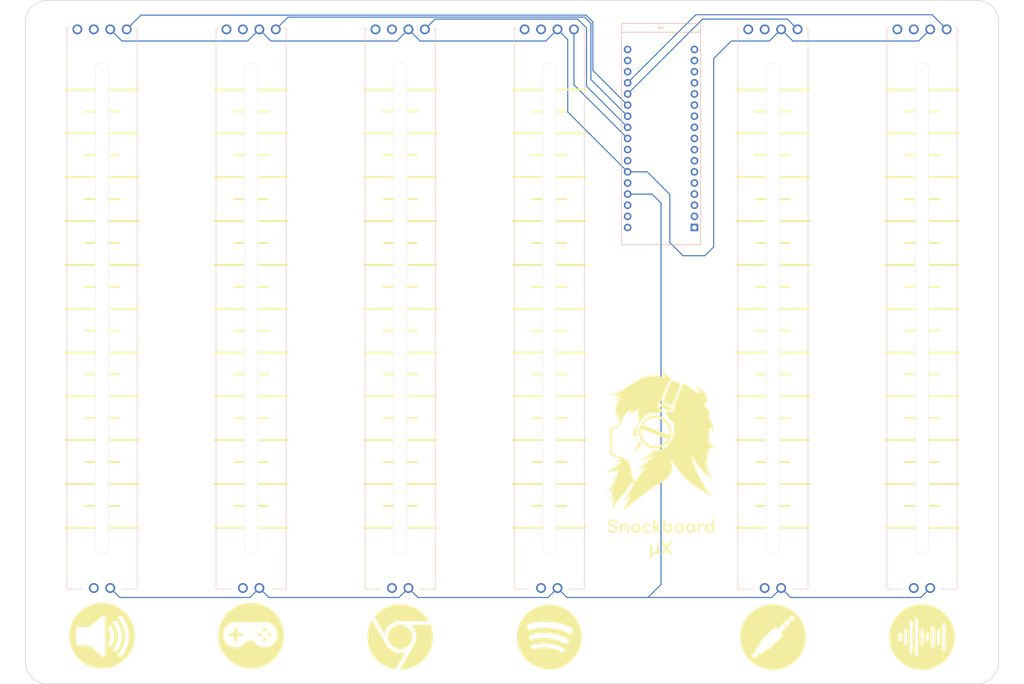
<source format=kicad_pcb>
(kicad_pcb (version 20171130) (host pcbnew "(5.1.6)-1")
  (layers (0 F.Cu signal) (31 B.Cu signal) (34 B.Paste user) (35 F.Paste user) (36 B.SilkS user) (37 F.SilkS user) (38 B.Mask user) (39 F.Mask user) (44 Edge.Cuts user))
  (net 0 "")
  (net 1 5V)
  (net 2 A0)
  (net 3 GND)
  (net 4 "Net-(VR1-PadB1)")
  (net 5 "Net-(VR1-PadB2)")
  (net 6 "Net-(VR1-PadB3)")
  (net 7 A1)
  (net 8 "Net-(VR2-PadB1)")
  (net 9 "Net-(VR2-PadB2)")
  (net 10 "Net-(VR2-PadB3)")
  (net 11 A2)
  (net 12 "Net-(VR3-PadB1)")
  (net 13 "Net-(VR3-PadB2)")
  (net 14 "Net-(VR3-PadB3)")
  (net 15 "Net-(VR4-PadB3)")
  (net 16 "Net-(VR4-PadB2)")
  (net 17 "Net-(VR4-PadB1)")
  (net 18 A3)
  (net 19 "Net-(VR5-PadB3)")
  (net 20 "Net-(VR5-PadB2)")
  (net 21 "Net-(VR5-PadB1)")
  (net 22 A4)
  (net 23 "Net-(VR6-PadB3)")
  (net 24 "Net-(VR6-PadB2)")
  (net 25 "Net-(VR6-PadB1)")
  (net 26 A5)
  (net 27 "Net-(XA1-PadRST2)")
  (net 28 "Net-(XA1-PadMOSI)")
  (net 29 "Net-(XA1-PadSCK)")
  (net 30 "Net-(XA1-PadVIN)")
  (net 31 "Net-(XA1-PadGND2)")
  (net 32 "Net-(XA1-PadRST1)")
  (net 33 "Net-(XA1-PadSS)")
  (net 34 "Net-(XA1-PadD0)")
  (net 35 "Net-(XA1-PadD1)")
  (net 36 "Net-(XA1-PadD2)")
  (net 37 "Net-(XA1-PadD3)")
  (net 38 "Net-(XA1-PadD4)")
  (net 39 "Net-(XA1-PadD5)")
  (net 40 "Net-(XA1-PadD6)")
  (net 41 "Net-(XA1-PadD7)")
  (net 42 "Net-(XA1-PadAREF)")
  (net 43 "Net-(XA1-PadD13)")
  (net 44 "Net-(XA1-PadD12)")
  (net 45 "Net-(XA1-PadMISO)")
  (net 46 "Net-(XA1-Pad3V3)")
  (net 47 "Net-(XA1-PadD8)")
  (net 48 "Net-(XA1-PadD9)")
  (net 49 "Net-(XA1-PadD10)")
  (net 50 "Net-(XA1-PadD11)")
  (module img:snackboard_text_linebreak (layer F.Cu) (at 205.463695 152.89)
    (fp_text reference G*** hide)
    (fp_text value LOGO hide)
  )
  (module img:snackboard_headphones5 (layer F.Cu) (at 205.489259 130.39)
    (fp_text reference G*** hide)
    (fp_text value LOGO hide)
  )
  (module img:scale (layer F.Cu) (at 264.991 65.423001)
    (fp_text reference G*** hide)
    (fp_text value LOGO hide)
  )
  (module img:scale (layer F.Cu) (at 230.991 65.423001)
    (fp_text reference G*** hide)
    (fp_text value LOGO hide)
  )
  (module img:scale (layer F.Cu) (at 179.991 65.423001)
    (fp_text reference G*** hide)
    (fp_text value LOGO hide)
  )
  (module img:scale (layer F.Cu) (at 145.991 65.423001)
    (fp_text reference G*** hide)
    (fp_text value LOGO hide)
  )
  (module img:scale (layer F.Cu) (at 111.991 65.423001)
    (fp_text reference G*** hide)
    (fp_text value LOGO hide)
  )
  (module img:scale (layer F.Cu) (at 77.991 65.423001)
    (fp_text reference G*** hide)
    (fp_text value LOGO hide)
  )
  (module rsa0n1219a03:RSA0N1219A03 (layer F.Cu) (at 79.89 36.64 270)
    (fp_text reference VR6 hide)
    (fp_text value RSA0N1219A03 hide)
    (pad B3 thru_hole circle (at 127.5 3.75 270) (size 2.25 2.25) (drill 1.5) (layers *.Cu *.Mask) (net 23 "Net-(VR6-PadB3)"))
    (pad B2 thru_hole circle (at 0 7.5 270) (size 2.25 2.25) (drill 1.5) (layers *.Cu *.Mask) (net 24 "Net-(VR6-PadB2)"))
    (pad B1 thru_hole circle (at 0 3.75 270) (size 2.25 2.25) (drill 1.5) (layers *.Cu *.Mask) (net 25 "Net-(VR6-PadB1)"))
    (pad A3 thru_hole circle (at 127.5 0 270) (size 2.25 2.25) (drill 1.5) (layers *.Cu *.Mask) (net 3 GND))
    (pad A2 thru_hole circle (at 0 -3.75 270) (size 2.25 2.25) (drill 1.5) (layers *.Cu *.Mask) (net 11 A2))
    (pad A1 thru_hole circle (at 0 0 270) (size 2.25 2.25) (drill 1.5) (layers *.Cu *.Mask) (net 1 5V))
  )
  (module rsa0n1219a03:RSA0N1219A03 (layer F.Cu) (at 113.89 36.64 270)
    (fp_text reference VR5 hide)
    (fp_text value RSA0N1219A03 hide)
    (pad B3 thru_hole circle (at 127.5 3.75 270) (size 2.25 2.25) (drill 1.5) (layers *.Cu *.Mask) (net 19 "Net-(VR5-PadB3)"))
    (pad B2 thru_hole circle (at 0 7.5 270) (size 2.25 2.25) (drill 1.5) (layers *.Cu *.Mask) (net 20 "Net-(VR5-PadB2)"))
    (pad B1 thru_hole circle (at 0 3.75 270) (size 2.25 2.25) (drill 1.5) (layers *.Cu *.Mask) (net 21 "Net-(VR5-PadB1)"))
    (pad A3 thru_hole circle (at 127.5 0 270) (size 2.25 2.25) (drill 1.5) (layers *.Cu *.Mask) (net 3 GND))
    (pad A2 thru_hole circle (at 0 -3.75 270) (size 2.25 2.25) (drill 1.5) (layers *.Cu *.Mask) (net 18 A3))
    (pad A1 thru_hole circle (at 0 0 270) (size 2.25 2.25) (drill 1.5) (layers *.Cu *.Mask) (net 1 5V))
  )
  (module rsa0n1219a03:RSA0N1219A03 (layer F.Cu) (at 266.89 36.64 270)
    (fp_text reference VR1 hide)
    (fp_text value RSA0N1219A03 hide)
    (pad B3 thru_hole circle (at 127.5 3.75 270) (size 2.25 2.25) (drill 1.5) (layers *.Cu *.Mask) (net 6 "Net-(VR1-PadB3)"))
    (pad B2 thru_hole circle (at 0 7.5 270) (size 2.25 2.25) (drill 1.5) (layers *.Cu *.Mask) (net 5 "Net-(VR1-PadB2)"))
    (pad B1 thru_hole circle (at 0 3.75 270) (size 2.25 2.25) (drill 1.5) (layers *.Cu *.Mask) (net 4 "Net-(VR1-PadB1)"))
    (pad A3 thru_hole circle (at 127.5 0 270) (size 2.25 2.25) (drill 1.5) (layers *.Cu *.Mask) (net 3 GND))
    (pad A2 thru_hole circle (at 0 -3.75 270) (size 2.25 2.25) (drill 1.5) (layers *.Cu *.Mask) (net 2 A0))
    (pad A1 thru_hole circle (at 0 0 270) (size 2.25 2.25) (drill 1.5) (layers *.Cu *.Mask) (net 1 5V))
  )
  (module rsa0n1219a03:RSA0N1219A03 (layer F.Cu) (at 232.89 36.64 270)
    (fp_text reference VR2 hide)
    (fp_text value RSA0N1219A03 hide)
    (pad B3 thru_hole circle (at 127.5 3.75 270) (size 2.25 2.25) (drill 1.5) (layers *.Cu *.Mask) (net 10 "Net-(VR2-PadB3)"))
    (pad B2 thru_hole circle (at 0 7.5 270) (size 2.25 2.25) (drill 1.5) (layers *.Cu *.Mask) (net 9 "Net-(VR2-PadB2)"))
    (pad B1 thru_hole circle (at 0 3.75 270) (size 2.25 2.25) (drill 1.5) (layers *.Cu *.Mask) (net 8 "Net-(VR2-PadB1)"))
    (pad A3 thru_hole circle (at 127.5 0 270) (size 2.25 2.25) (drill 1.5) (layers *.Cu *.Mask) (net 3 GND))
    (pad A2 thru_hole circle (at 0 -3.75 270) (size 2.25 2.25) (drill 1.5) (layers *.Cu *.Mask) (net 7 A1))
    (pad A1 thru_hole circle (at 0 0 270) (size 2.25 2.25) (drill 1.5) (layers *.Cu *.Mask) (net 1 5V))
  )
  (module rsa0n1219a03:RSA0N1219A03 (layer F.Cu) (at 181.89 36.64 270)
    (fp_text reference VR3 hide)
    (fp_text value RSA0N1219A03 hide)
    (pad B3 thru_hole circle (at 127.5 3.75 270) (size 2.25 2.25) (drill 1.5) (layers *.Cu *.Mask) (net 14 "Net-(VR3-PadB3)"))
    (pad B2 thru_hole circle (at 0 7.5 270) (size 2.25 2.25) (drill 1.5) (layers *.Cu *.Mask) (net 13 "Net-(VR3-PadB2)"))
    (pad B1 thru_hole circle (at 0 3.75 270) (size 2.25 2.25) (drill 1.5) (layers *.Cu *.Mask) (net 12 "Net-(VR3-PadB1)"))
    (pad A3 thru_hole circle (at 127.5 0 270) (size 2.25 2.25) (drill 1.5) (layers *.Cu *.Mask) (net 3 GND))
    (pad A2 thru_hole circle (at 0 -3.75 270) (size 2.25 2.25) (drill 1.5) (layers *.Cu *.Mask) (net 26 A5))
    (pad A1 thru_hole circle (at 0 0 270) (size 2.25 2.25) (drill 1.5) (layers *.Cu *.Mask) (net 1 5V))
  )
  (module rsa0n1219a03:RSA0N1219A03 (layer F.Cu) (at 147.89 36.64 270)
    (fp_text reference VR4 hide)
    (fp_text value RSA0N1219A03 hide)
    (pad B3 thru_hole circle (at 127.5 3.75 270) (size 2.25 2.25) (drill 1.5) (layers *.Cu *.Mask) (net 15 "Net-(VR4-PadB3)"))
    (pad B2 thru_hole circle (at 0 7.5 270) (size 2.25 2.25) (drill 1.5) (layers *.Cu *.Mask) (net 16 "Net-(VR4-PadB2)"))
    (pad B1 thru_hole circle (at 0 3.75 270) (size 2.25 2.25) (drill 1.5) (layers *.Cu *.Mask) (net 17 "Net-(VR4-PadB1)"))
    (pad A3 thru_hole circle (at 127.5 0 270) (size 2.25 2.25) (drill 1.5) (layers *.Cu *.Mask) (net 3 GND))
    (pad A2 thru_hole circle (at 0 -3.75 270) (size 2.25 2.25) (drill 1.5) (layers *.Cu *.Mask) (net 22 A4))
    (pad A1 thru_hole circle (at 0 0 270) (size 2.25 2.25) (drill 1.5) (layers *.Cu *.Mask) (net 1 5V))
  )
  (module MountingHole:MountingHole_M5_with_mask (layer F.Cu) (at 162.515 100.39)
    (fp_text reference REF** hide)
    (fp_text value MountingHole_M5_with_mask)
    (pad "" np_thru_hole circle (at 0 0) (size 5.3 5.3) (drill 5.3) (layers *.Cu *.Mask))
  )
  (module img:digital_audio (layer F.Cu) (at 265.004362 175.315)
    (fp_text reference G*** hide)
    (fp_text value LOGO hide)
  )
  (module img:headphone_jack (layer F.Cu) (at 231.004362 175.315)
    (fp_text reference G*** hide)
    (fp_text value LOGO hide)
  )
  (module img:speaker (layer F.Cu) (at 78.004362 175.015)
    (fp_text reference G*** hide)
    (fp_text value LOGO hide)
  )
  (module img:gamepad (layer F.Cu) (at 112.004362 175.015)
    (fp_text reference G*** hide)
    (fp_text value LOGO hide)
  )
  (module MountingHole:MountingHole_M5_with_mask (layer F.Cu) (at 66.515 180.015)
    (fp_text reference REF** hide)
    (fp_text value MountingHole_M5_with_mask)
    (pad "" np_thru_hole circle (at 0 0) (size 5.3 5.3) (drill 5.3) (layers *.Cu *.Mask))
  )
  (module MountingHole:MountingHole_M5_with_mask (layer F.Cu) (at 276.515 180.015)
    (fp_text reference REF** hide)
    (fp_text value MountingHole_M5_with_mask)
    (pad "" np_thru_hole circle (at 0 0) (size 5.3 5.3) (drill 5.3) (layers *.Cu *.Mask))
  )
  (module img:chrome_icon (layer F.Cu) (at 146.018299 175.315)
    (fp_text reference G*** hide)
    (fp_text value LOGO hide)
  )
  (module img:spotify_icon (layer F.Cu) (at 180.015198 175.315)
    (fp_text reference G*** hide)
    (fp_text value LOGO hide)
  )
  (module MountingHole:MountingHole_M5_with_mask (layer F.Cu) (at 277.515 35.015)
    (fp_text reference REF** hide)
    (fp_text value MountingHole_M5_with_mask)
    (pad "" np_thru_hole circle (at 0 0) (size 5.3 5.3) (drill 5.3) (layers *.Cu *.Mask))
  )
  (module MountingHole:MountingHole_M5_with_mask (layer F.Cu) (at 65.515 35.015)
    (fp_text reference REF** hide)
    (fp_text value MountingHole_M5_with_mask)
    (pad "" np_thru_hole circle (at 0 0) (size 5.3 5.3) (drill 5.3) (layers *.Cu *.Mask))
  )
  (module Arduino:Arduino_Micro_Socket (layer F.Cu) (at 196.498 37.3 270)
    (fp_text reference XA1 hide)
    (fp_text value Arduino_Micro_Socket)
    (fp_text user USB (at -1.016 -9.017) (layer B.SilkS) (effects (font (size 0.5 0.5) (thickness 0.075)) (justify mirror)))
    (pad MISO thru_hole oval (at 42.02 -1.38 270) (size 1.7272 1.7272) (drill 1.016) (layers *.Cu *.Mask) (net 45 "Net-(XA1-PadMISO)"))
    (pad A5 thru_hole oval (at 24.24 -1.38 270) (size 1.7272 1.7272) (drill 1.016) (layers *.Cu *.Mask) (net 26 A5))
    (pad A4 thru_hole oval (at 21.7 -1.38 270) (size 1.7272 1.7272) (drill 1.016) (layers *.Cu *.Mask) (net 22 A4))
    (pad A3 thru_hole oval (at 19.16 -1.38 270) (size 1.7272 1.7272) (drill 1.016) (layers *.Cu *.Mask) (net 18 A3))
    (pad A2 thru_hole oval (at 16.62 -1.38 270) (size 1.7272 1.7272) (drill 1.016) (layers *.Cu *.Mask) (net 11 A2))
    (pad A1 thru_hole oval (at 14.08 -1.38 270) (size 1.7272 1.7272) (drill 1.016) (layers *.Cu *.Mask) (net 7 A1))
    (pad "" thru_hole oval (at 29.32 -1.38 270) (size 1.7272 1.7272) (drill 1.016) (layers *.Cu *.Mask))
    (pad D11 thru_hole oval (at 6.46 -16.62 270) (size 1.7272 1.7272) (drill 1.016) (layers *.Cu *.Mask) (net 50 "Net-(XA1-PadD11)"))
    (pad D12 thru_hole oval (at 3.92 -16.62 270) (size 1.7272 1.7272) (drill 1.016) (layers *.Cu *.Mask) (net 44 "Net-(XA1-PadD12)"))
    (pad D13 thru_hole oval (at 3.92 -1.38 270) (size 1.7272 1.7272) (drill 1.016) (layers *.Cu *.Mask) (net 43 "Net-(XA1-PadD13)"))
    (pad AREF thru_hole oval (at 9 -1.38 270) (size 1.7272 1.7272) (drill 1.016) (layers *.Cu *.Mask) (net 42 "Net-(XA1-PadAREF)"))
    (pad "" np_thru_hole circle (at 1.38 -1.38 270) (size 1.016 1.016) (drill 1.016) (layers *.Cu *.Mask))
    (pad D10 thru_hole oval (at 9 -16.62 270) (size 1.7272 1.7272) (drill 1.016) (layers *.Cu *.Mask) (net 49 "Net-(XA1-PadD10)"))
    (pad D9 thru_hole oval (at 11.54 -16.62 270) (size 1.7272 1.7272) (drill 1.016) (layers *.Cu *.Mask) (net 48 "Net-(XA1-PadD9)"))
    (pad D8 thru_hole oval (at 14.08 -16.62 270) (size 1.7272 1.7272) (drill 1.016) (layers *.Cu *.Mask) (net 47 "Net-(XA1-PadD8)"))
    (pad D7 thru_hole oval (at 16.62 -16.62 270) (size 1.7272 1.7272) (drill 1.016) (layers *.Cu *.Mask) (net 41 "Net-(XA1-PadD7)"))
    (pad D6 thru_hole oval (at 19.16 -16.62 270) (size 1.7272 1.7272) (drill 1.016) (layers *.Cu *.Mask) (net 40 "Net-(XA1-PadD6)"))
    (pad D5 thru_hole oval (at 21.7 -16.62 270) (size 1.7272 1.7272) (drill 1.016) (layers *.Cu *.Mask) (net 39 "Net-(XA1-PadD5)"))
    (pad D4 thru_hole oval (at 24.24 -16.62 270) (size 1.7272 1.7272) (drill 1.016) (layers *.Cu *.Mask) (net 38 "Net-(XA1-PadD4)"))
    (pad D3 thru_hole oval (at 26.78 -16.62 270) (size 1.7272 1.7272) (drill 1.016) (layers *.Cu *.Mask) (net 37 "Net-(XA1-PadD3)"))
    (pad D2 thru_hole oval (at 29.32 -16.62 270) (size 1.7272 1.7272) (drill 1.016) (layers *.Cu *.Mask) (net 36 "Net-(XA1-PadD2)"))
    (pad D1 thru_hole oval (at 39.48 -16.62 270) (size 1.7272 1.7272) (drill 1.016) (layers *.Cu *.Mask) (net 35 "Net-(XA1-PadD1)"))
    (pad D0 thru_hole oval (at 36.94 -16.62 270) (size 1.7272 1.7272) (drill 1.016) (layers *.Cu *.Mask) (net 34 "Net-(XA1-PadD0)"))
    (pad SS thru_hole oval (at 42.02 -16.62 270) (size 1.7272 1.7272) (drill 1.016) (layers *.Cu *.Mask) (net 33 "Net-(XA1-PadSS)"))
    (pad RST1 thru_hole oval (at 34.4 -1.38 270) (size 1.7272 1.7272) (drill 1.016) (layers *.Cu *.Mask) (net 32 "Net-(XA1-PadRST1)"))
    (pad 3V3 thru_hole oval (at 6.46 -1.38 270) (size 1.7272 1.7272) (drill 1.016) (layers *.Cu *.Mask) (net 46 "Net-(XA1-Pad3V3)"))
    (pad 5V thru_hole oval (at 31.86 -1.38 270) (size 1.7272 1.7272) (drill 1.016) (layers *.Cu *.Mask) (net 1 5V))
    (pad GND1 thru_hole oval (at 36.94 -1.38 270) (size 1.7272 1.7272) (drill 1.016) (layers *.Cu *.Mask) (net 3 GND))
    (pad GND2 thru_hole oval (at 31.86 -16.62 270) (size 1.7272 1.7272) (drill 1.016) (layers *.Cu *.Mask) (net 31 "Net-(XA1-PadGND2)"))
    (pad VIN thru_hole oval (at 39.48 -1.38 270) (size 1.7272 1.7272) (drill 1.016) (layers *.Cu *.Mask) (net 30 "Net-(XA1-PadVIN)"))
    (pad A0 thru_hole oval (at 11.54 -1.38 270) (size 1.7272 1.7272) (drill 1.016) (layers *.Cu *.Mask) (net 2 A0))
    (pad SCK thru_hole oval (at 44.56 -1.38 270) (size 1.7272 1.7272) (drill 1.016) (layers *.Cu *.Mask) (net 29 "Net-(XA1-PadSCK)"))
    (pad MOSI thru_hole rect (at 44.56 -16.62 270) (size 1.7272 1.7272) (drill 1.016) (layers *.Cu *.Mask) (net 28 "Net-(XA1-PadMOSI)"))
    (pad RST2 thru_hole oval (at 34.4 -16.62 270) (size 1.7272 1.7272) (drill 1.016) (layers *.Cu *.Mask) (net 27 "Net-(XA1-PadRST2)"))
    (pad "" thru_hole oval (at 26.78 -1.38 270) (size 1.7272 1.7272) (drill 1.016) (layers *.Cu *.Mask))
    (pad "" np_thru_hole circle (at 47.1 -1.38 270) (size 1.016 1.016) (drill 1.016) (layers *.Cu *.Mask))
    (pad "" np_thru_hole circle (at 1.38 -16.62 270) (size 1.016 1.016) (drill 1.016) (layers *.Cu *.Mask))
    (pad "" np_thru_hole circle (at 47.1 -16.62 270) (size 1.016 1.016) (drill 1.016) (layers *.Cu *.Mask))
  )
  (gr_arc (start 78.015 154.865) (end 76.515001 155.389999) (angle -141.4199076) (layer Edge.Cuts) (width 0.05))
  (gr_arc (start 112.015 154.865) (end 110.515001 155.389999) (angle -141.4199076) (layer Edge.Cuts) (width 0.05))
  (gr_arc (start 146.015 154.865) (end 144.515001 155.389999) (angle -141.4199076) (layer Edge.Cuts) (width 0.05))
  (gr_arc (start 180.015 154.865) (end 178.515001 155.389999) (angle -141.4199076) (layer Edge.Cuts) (width 0.05))
  (gr_arc (start 231.015 154.865) (end 229.515001 155.389999) (angle -141.4199076) (layer Edge.Cuts) (width 0.05))
  (gr_arc (start 78.015 45.915) (end 79.514999 45.390001) (angle -141.4199076) (layer Edge.Cuts) (width 0.05))
  (gr_arc (start 112.015 45.915) (end 113.514999 45.390001) (angle -141.4199076) (layer Edge.Cuts) (width 0.05))
  (gr_arc (start 146.015 45.915) (end 147.514999 45.390001) (angle -141.4199076) (layer Edge.Cuts) (width 0.05))
  (gr_arc (start 180.015 45.915) (end 181.514999 45.390001) (angle -141.4199076) (layer Edge.Cuts) (width 0.05))
  (gr_arc (start 231.015 45.915) (end 232.514999 45.390001) (angle -141.4199076) (layer Edge.Cuts) (width 0.05))
  (gr_arc (start 65.515 35.015) (end 65.515 30.015) (angle -90) (layer Edge.Cuts) (width 0.15))
  (gr_arc (start 65.515 181.015) (end 60.515 181.015) (angle -90) (layer Edge.Cuts) (width 0.15))
  (gr_arc (start 277.515 181.015) (end 277.515 186.015) (angle -90) (layer Edge.Cuts) (width 0.15))
  (gr_arc (start 277.515 35.015) (end 282.515 35.015) (angle -90) (layer Edge.Cuts) (width 0.15))
  (gr_arc (start 265.015 45.915) (end 266.514999 45.390001) (angle -141.4199076) (layer Edge.Cuts) (width 0.05))
  (gr_arc (start 265.015 154.865) (end 263.515001 155.389999) (angle -141.4199076) (layer Edge.Cuts) (width 0.05))
  (gr_line (start 263.515 45.39) (end 263.515 155.39) (layer Edge.Cuts) (width 0.05))
  (gr_line (start 266.515 45.39) (end 266.515 155.39) (layer Edge.Cuts) (width 0.05))
  (gr_line (start 229.515 45.39) (end 229.515 155.39) (layer Edge.Cuts) (width 0.05))
  (gr_line (start 232.515 45.39) (end 232.515 155.39) (layer Edge.Cuts) (width 0.05))
  (gr_line (start 178.515 45.39) (end 178.515 155.39) (layer Edge.Cuts) (width 0.05))
  (gr_line (start 181.515 45.39) (end 181.515 155.39) (layer Edge.Cuts) (width 0.05))
  (gr_line (start 144.515 45.39) (end 144.515 155.39) (layer Edge.Cuts) (width 0.05))
  (gr_line (start 147.515 45.39) (end 147.515 155.39) (layer Edge.Cuts) (width 0.05))
  (gr_line (start 113.515 45.39) (end 113.515 155.39) (layer Edge.Cuts) (width 0.05))
  (gr_line (start 110.515 45.39) (end 110.515 155.39) (layer Edge.Cuts) (width 0.05))
  (gr_line (start 79.515 45.39) (end 79.515 155.39) (layer Edge.Cuts) (width 0.05))
  (gr_line (start 76.515 45.39) (end 76.515 155.39) (layer Edge.Cuts) (width 0.05))
  (gr_line (start 277.515 186.015) (end 65.515 186.015) (layer Edge.Cuts) (width 0.15))
  (gr_line (start 65.515 30.015) (end 277.515 30.015) (layer Edge.Cuts) (width 0.15))
  (gr_line (start 60.515 35.015) (end 60.515 181.015) (layer Edge.Cuts) (width 0.15))
  (gr_line (start 282.515 35.015) (end 282.515 181.015) (layer Edge.Cuts) (width 0.15))
  (segment (start 181.89 36.64) (end 179.23 39.3) (width 0.25) (layer B.Cu) (net 1))
  (segment (start 150.55 39.3) (end 147.89 36.64) (width 0.25) (layer B.Cu) (net 1))
  (segment (start 179.23 39.3) (end 150.55 39.3) (width 0.25) (layer B.Cu) (net 1))
  (segment (start 147.89 36.64) (end 145.23 39.3) (width 0.25) (layer B.Cu) (net 1))
  (segment (start 116.55 39.3) (end 113.89 36.64) (width 0.25) (layer B.Cu) (net 1))
  (segment (start 145.23 39.3) (end 116.55 39.3) (width 0.25) (layer B.Cu) (net 1))
  (segment (start 113.89 36.64) (end 111.23 39.3) (width 0.25) (layer B.Cu) (net 1))
  (segment (start 82.55 39.3) (end 79.89 36.64) (width 0.25) (layer B.Cu) (net 1))
  (segment (start 111.23 39.3) (end 82.55 39.3) (width 0.25) (layer B.Cu) (net 1))
  (segment (start 232.89 36.64) (end 230.23 39.3) (width 0.25) (layer B.Cu) (net 1))
  (segment (start 230.23 39.3) (end 221.5 39.3) (width 0.25) (layer B.Cu) (net 1))
  (segment (start 221.5 39.3) (end 217.5 43.3) (width 0.25) (layer B.Cu) (net 1))
  (segment (start 217.5 43.3) (end 217.5 86.3) (width 0.25) (layer B.Cu) (net 1))
  (segment (start 217.5 86.3) (end 215.5 88.3) (width 0.25) (layer B.Cu) (net 1))
  (segment (start 215.5 88.3) (end 210.5 88.3) (width 0.25) (layer B.Cu) (net 1))
  (segment (start 210.5 88.3) (end 207.5 85.3) (width 0.25) (layer B.Cu) (net 1))
  (segment (start 207.5 85.3) (end 207.5 74.3) (width 0.25) (layer B.Cu) (net 1))
  (segment (start 202.36 69.16) (end 197.878 69.16) (width 0.25) (layer B.Cu) (net 1))
  (segment (start 207.5 74.3) (end 202.36 69.16) (width 0.25) (layer B.Cu) (net 1))
  (segment (start 235.55 39.3) (end 264.23 39.3) (width 0.25) (layer B.Cu) (net 1))
  (segment (start 232.89 36.64) (end 235.55 39.3) (width 0.25) (layer B.Cu) (net 1))
  (segment (start 264.23 39.3) (end 266.89 36.64) (width 0.25) (layer B.Cu) (net 1))
  (segment (start 181.89 36.64) (end 184.215 38.965) (width 0.25) (layer B.Cu) (net 1))
  (segment (start 184.215 55.497) (end 197.878 69.16) (width 0.25) (layer B.Cu) (net 1))
  (segment (start 184.215 38.965) (end 184.215 55.497) (width 0.25) (layer B.Cu) (net 1))
  (segment (start 270.64 36.64) (end 267.3 33.3) (width 0.25) (layer B.Cu) (net 2))
  (segment (start 213.418 33.3) (end 197.878 48.84) (width 0.25) (layer B.Cu) (net 2))
  (segment (start 267.3 33.3) (end 213.418 33.3) (width 0.25) (layer B.Cu) (net 2))
  (segment (start 79.89 164.14) (end 82.05 166.3) (width 0.25) (layer B.Cu) (net 3))
  (segment (start 111.73 166.3) (end 113.89 164.14) (width 0.25) (layer B.Cu) (net 3))
  (segment (start 82.05 166.3) (end 111.73 166.3) (width 0.25) (layer B.Cu) (net 3))
  (segment (start 113.89 164.14) (end 116.05 166.3) (width 0.25) (layer B.Cu) (net 3))
  (segment (start 145.73 166.3) (end 147.89 164.14) (width 0.25) (layer B.Cu) (net 3))
  (segment (start 116.05 166.3) (end 145.73 166.3) (width 0.25) (layer B.Cu) (net 3))
  (segment (start 147.89 164.14) (end 150.05 166.3) (width 0.25) (layer B.Cu) (net 3))
  (segment (start 179.73 166.3) (end 181.89 164.14) (width 0.25) (layer B.Cu) (net 3))
  (segment (start 150.05 166.3) (end 179.73 166.3) (width 0.25) (layer B.Cu) (net 3))
  (segment (start 181.89 164.14) (end 184.05 166.3) (width 0.25) (layer B.Cu) (net 3))
  (segment (start 230.73 166.3) (end 232.89 164.14) (width 0.25) (layer B.Cu) (net 3))
  (segment (start 232.89 164.14) (end 235.05 166.3) (width 0.25) (layer B.Cu) (net 3))
  (segment (start 264.73 166.3) (end 266.89 164.14) (width 0.25) (layer B.Cu) (net 3))
  (segment (start 235.05 166.3) (end 264.73 166.3) (width 0.25) (layer B.Cu) (net 3))
  (segment (start 197.878 74.24) (end 203.44 74.24) (width 0.25) (layer B.Cu) (net 3))
  (segment (start 184.05 166.3) (end 230.73 166.3) (width 0.25) (layer B.Cu) (net 3))
  (segment (start 203.44 74.24) (end 205.5 76.3) (width 0.25) (layer B.Cu) (net 3))
  (segment (start 205.5 76.3) (end 205.5 162.3) (width 0.25) (layer B.Cu) (net 3))
  (segment (start 205.5 162.3) (end 205.5 163.3) (width 0.25) (layer B.Cu) (net 3))
  (segment (start 205.5 163.3) (end 202.5 166.3) (width 0.25) (layer B.Cu) (net 3))
  (segment (start 236.64 36.64) (end 234.3 34.3) (width 0.25) (layer B.Cu) (net 7))
  (segment (start 214.958 34.3) (end 197.878 51.38) (width 0.25) (layer B.Cu) (net 7))
  (segment (start 234.3 34.3) (end 214.958 34.3) (width 0.25) (layer B.Cu) (net 7))
  (segment (start 86.880018 33.399982) (end 188.400018 33.399982) (width 0.25) (layer B.Cu) (net 11))
  (segment (start 83.64 36.64) (end 86.880018 33.399982) (width 0.25) (layer B.Cu) (net 11))
  (segment (start 189.95001 34.949974) (end 189.95001 45.99201) (width 0.25) (layer B.Cu) (net 11))
  (segment (start 189.95001 45.99201) (end 197.878 53.92) (width 0.25) (layer B.Cu) (net 11))
  (segment (start 188.400018 33.399982) (end 189.95001 34.949974) (width 0.25) (layer B.Cu) (net 11))
  (segment (start 188.049991 33.849991) (end 189.5 35.3) (width 0.25) (layer B.Cu) (net 18))
  (segment (start 117.64 36.64) (end 120.430009 33.849991) (width 0.25) (layer B.Cu) (net 18))
  (segment (start 120.430009 33.849991) (end 188.049991 33.849991) (width 0.25) (layer B.Cu) (net 18))
  (segment (start 189.5 48.082) (end 197.878 56.46) (width 0.25) (layer B.Cu) (net 18))
  (segment (start 189.5 35.3) (end 189.5 48.082) (width 0.25) (layer B.Cu) (net 18))
  (segment (start 153.98 34.3) (end 151.64 36.64) (width 0.25) (layer B.Cu) (net 22))
  (segment (start 188.5 36.3) (end 186.5 34.3) (width 0.25) (layer B.Cu) (net 22))
  (segment (start 197.878 59) (end 188.5 49.622) (width 0.25) (layer B.Cu) (net 22))
  (segment (start 186.5 34.3) (end 153.98 34.3) (width 0.25) (layer B.Cu) (net 22))
  (segment (start 188.5 49.622) (end 188.5 36.3) (width 0.25) (layer B.Cu) (net 22))
  (segment (start 185.64 49.302) (end 197.878 61.54) (width 0.25) (layer B.Cu) (net 26))
  (segment (start 185.64 36.64) (end 185.64 49.302) (width 0.25) (layer B.Cu) (net 26))
)
</source>
